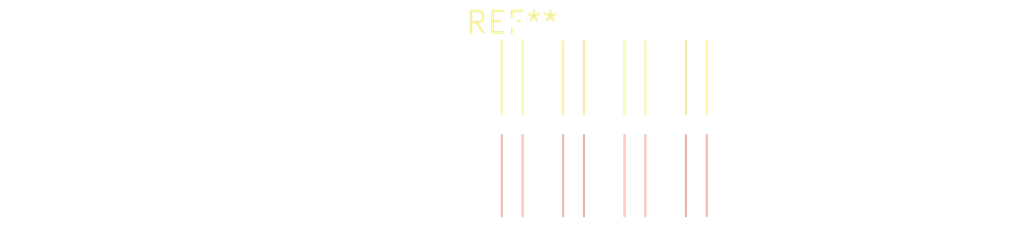
<source format=kicad_pcb>
(kicad_pcb (version 20240108) (generator pcbnew)
  (layers (0 "F.Cu" signal) (31 "B.Cu" signal) (34 "B.Paste" user) (35 "F.Paste" user) (36 "B.SilkS" user "B.Silkscreen") (37 "F.SilkS" user "F.Silkscreen") (38 "B.Mask" user) (39 "F.Mask" user) (44 "Edge.Cuts" user))
  (net 0 "")
  (footprint "SolderWire-0.1sqmm_1x04_P3.6mm_D0.4mm_OD1mm_Relief2x" (layer "F.Cu") (at 0 0)
    (property "Reference" "REF**")
    (property "Value" "SolderWire-0.1sqmm_1x04_P3.6mm_D0.4mm_OD1mm_Relief2x")
    (fp_line (start -0.61 6.61) (end -0.61 11.39) (layer "B.SilkS") (stroke (width 0.12)))
    (fp_line (start 0.61 6.61) (end 0.61 11.39) (layer "B.SilkS") (stroke (width 0.12)))
    (fp_line (start 2.99 6.61) (end 2.99 11.39) (layer "B.SilkS") (stroke (width 0.12)))
    (fp_line (start 4.21 6.61) (end 4.21 11.39) (layer "B.SilkS") (stroke (width 0.12)))
    (fp_line (start 6.59 6.61) (end 6.59 11.39) (layer "B.SilkS") (stroke (width 0.12)))
    (fp_line (start 7.81 6.61) (end 7.81 11.39) (layer "B.SilkS") (stroke (width 0.12)))
    (fp_line (start 10.19 6.61) (end 10.19 11.39) (layer "B.SilkS") (stroke (width 0.12)))
    (fp_line (start 11.41 6.61) (end 11.41 11.39) (layer "B.SilkS") (stroke (width 0.12)))
    (fp_line (start -0.61 1.06) (end -0.61 5.39) (layer "F.SilkS") (stroke (width 0.12)))
    (fp_line (start 0.61 1.06) (end 0.61 5.39) (layer "F.SilkS") (stroke (width 0.12)))
    (fp_line (start 2.99 1.06) (end 2.99 5.39) (layer "F.SilkS") (stroke (width 0.12)))
    (fp_line (start 4.21 1.06) (end 4.21 5.39) (layer "F.SilkS") (stroke (width 0.12)))
    (fp_line (start 6.59 1.06) (end 6.59 5.39) (layer "F.SilkS") (stroke (width 0.12)))
    (fp_line (start 7.81 1.06) (end 7.81 5.39) (layer "F.SilkS") (stroke (width 0.12)))
    (fp_line (start 10.19 1.06) (end 10.19 5.39) (layer "F.SilkS") (stroke (width 0.12)))
    (fp_line (start 11.41 1.06) (end 11.41 5.39) (layer "F.SilkS") (stroke (width 0.12)))
    (pad "" np_thru_hole circle (at 0 6) (size 1.5 1.5) (drill 1.5) (layers *.Cu *.Mask))
    (pad "" np_thru_hole circle (at 0 12) (size 1.5 1.5) (drill 1.5) (layers *.Cu *.Mask))
    (pad "" np_thru_hole circle (at 3.6 6) (size 1.5 1.5) (drill 1.5) (layers *.Cu *.Mask))
    (pad "" np_thru_hole circle (at 3.6 12) (size 1.5 1.5) (drill 1.5) (layers *.Cu *.Mask))
    (pad "" np_thru_hole circle (at 7.2 6) (size 1.5 1.5) (drill 1.5) (layers *.Cu *.Mask))
    (pad "" np_thru_hole circle (at 7.2 12) (size 1.5 1.5) (drill 1.5) (layers *.Cu *.Mask))
    (pad "" np_thru_hole circle (at 10.8 6) (size 1.5 1.5) (drill 1.5) (layers *.Cu *.Mask))
    (pad "" np_thru_hole circle (at 10.8 12) (size 1.5 1.5) (drill 1.5) (layers *.Cu *.Mask))
    (pad "1" thru_hole roundrect (at 0 0) (size 1.6 1.6) (drill 0.6) (layers *.Cu *.Mask) (remove_unused_layers) (roundrect_rratio 0.15625))
    (pad "2" thru_hole circle (at 3.6 0) (size 1.6 1.6) (drill 0.6) (layers *.Cu *.Mask) (remove_unused_layers))
    (pad "3" thru_hole circle (at 7.2 0) (size 1.6 1.6) (drill 0.6) (layers *.Cu *.Mask) (remove_unused_layers))
    (pad "4" thru_hole circle (at 10.8 0) (size 1.6 1.6) (drill 0.6) (layers *.Cu *.Mask) (remove_unused_layers))
  )
)
</source>
